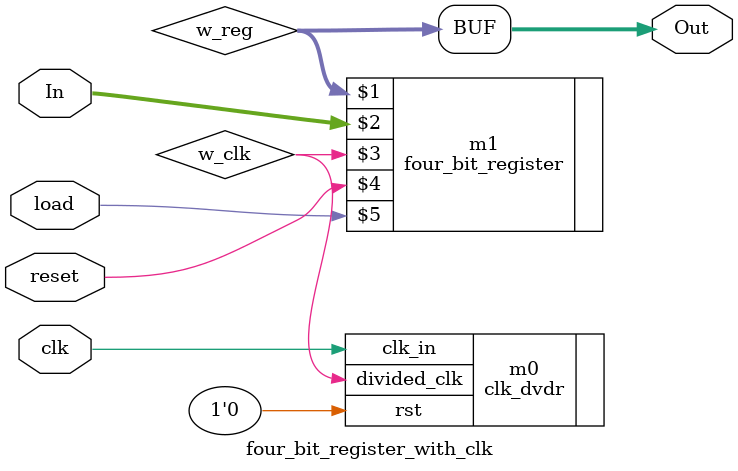
<source format=v>
`timescale 1ns / 1ps
module four_bit_register_with_clk(Out, In, clk, reset, load);
	input 		[3:0]In;
	input			clk, reset, load;
	output		[3:0]Out;
	
	//reg 		[3:0] Out;
	wire 			w_clk;
	wire			[3:0]w_reg;

	clk_dvdr	m0 (.clk_in(clk), .rst(1'b0), .divided_clk(w_clk));
	four_bit_register	m1(w_reg, In, w_clk, reset, load);
	
	assign Out = w_reg;
endmodule
 
</source>
